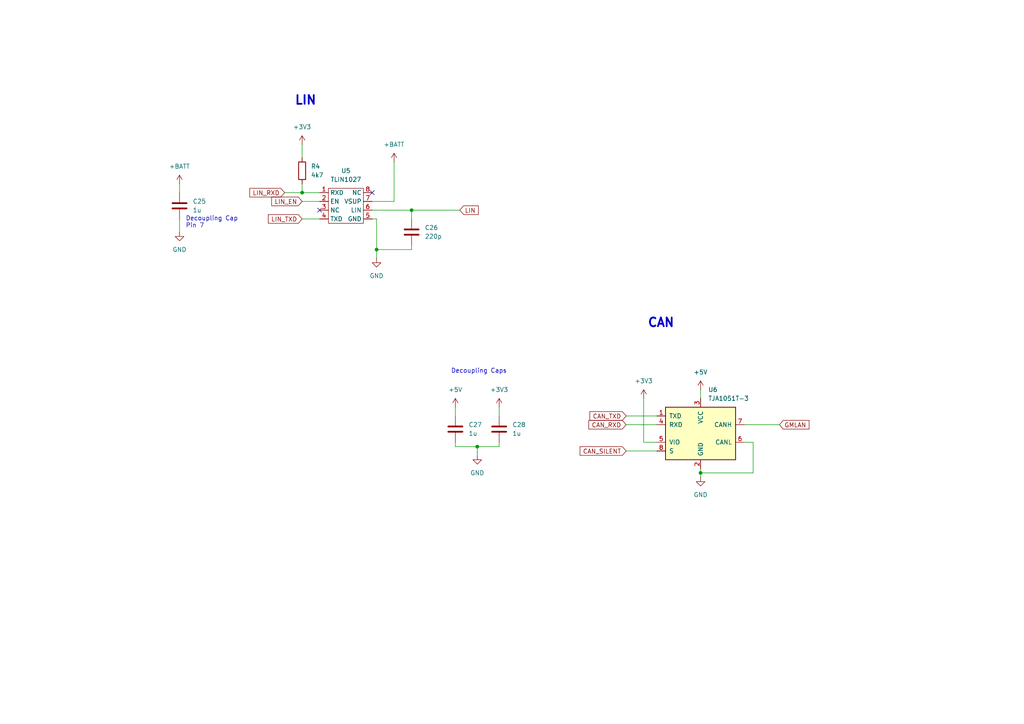
<source format=kicad_sch>
(kicad_sch (version 20231120) (generator "eeschema") (generator_version "8.0")
  (paper "A4")
  (lib_symbols
    (symbol "Device:C" (pin_numbers hide) (pin_names (offset 0.254))
      (property "Reference" "C" (at 0.635 2.54 0))
      (property "Value" "C" (at 0.635 -2.54 0))
      (symbol "C_0_1"
        (polyline (pts (xy -2.032 -0.762) (xy 2.032 -0.762)) (stroke (width 0.508)))
        (polyline (pts (xy -2.032 0.762) (xy 2.032 0.762)) (stroke (width 0.508)))
      )
      (symbol "C_1_1"
        (pin passive line (at 0 3.81 270) (length 2.794) (name "~") (number "1"))
        (pin passive line (at 0 -3.81 90) (length 2.794) (name "~") (number "2"))
      )
    )
    (symbol "Device:R" (pin_numbers hide) (pin_names (offset 0))
      (property "Reference" "R" (at 2.032 0 90))
      (property "Value" "R" (at 0 0 90))
      (symbol "R_0_1"
        (rectangle (start -1.016 -2.54) (end 1.016 2.54) (stroke (width 0.254)))
      )
      (symbol "R_1_1"
        (pin passive line (at 0 3.81 270) (length 1.27) (name "~") (number "1"))
        (pin passive line (at 0 -3.81 90) (length 1.27) (name "~") (number "2"))
      )
    )
    (symbol "Interface_CAN_LIN:TJA1051T-3" (pin_names (offset 1.016))
      (property "Reference" "U" (at -10.16 8.89 0))
      (property "Value" "TJA1051T-3" (at 1.27 8.89 0))
      (symbol "TJA1051T-3_0_1"
        (rectangle (start -10.16 7.62) (end 10.16 -7.62) (stroke (width 0.254)) (fill (type background)))
      )
      (symbol "TJA1051T-3_1_1"
        (pin input line (at -12.7 5.08 0) (length 2.54) (name "TXD") (number "1"))
        (pin power_in line (at 0 -10.16 90) (length 2.54) (name "GND") (number "2"))
        (pin power_in line (at 0 10.16 270) (length 2.54) (name "VCC") (number "3"))
        (pin output line (at -12.7 2.54 0) (length 2.54) (name "RXD") (number "4"))
        (pin power_in line (at -12.7 -2.54 0) (length 2.54) (name "VIO") (number "5"))
        (pin bidirectional line (at 12.7 -2.54 180) (length 2.54) (name "CANL") (number "6"))
        (pin bidirectional line (at 12.7 2.54 180) (length 2.54) (name "CANH") (number "7"))
        (pin input line (at -12.7 -5.08 0) (length 2.54) (name "S") (number "8"))
      )
    )
    (symbol "Local:TLIN1027"
      (property "Reference" "U" (at 0 0 0))
      (property "Value" "TLIN1027" (at 0 0 0))
      (symbol "TLIN1027_0_1"
        (rectangle (start 5.08 -1.27) (end -5.08 -11.43))
      )
      (symbol "TLIN1027_1_1"
        (pin input line (at -7.62 -2.54 0) (length 2.54) (name "RXD") (number "1"))
        (pin input line (at -7.62 -5.08 0) (length 2.54) (name "EN") (number "2"))
        (pin input line (at -7.62 -7.62 0) (length 2.54) (name "NC") (number "3"))
        (pin input line (at -7.62 -10.16 0) (length 2.54) (name "TXD") (number "4"))
        (pin input line (at 7.62 -10.16 180) (length 2.54) (name "GND") (number "5"))
        (pin input line (at 7.62 -7.62 180) (length 2.54) (name "LIN") (number "6"))
        (pin input line (at 7.62 -5.08 180) (length 2.54) (name "VSUP") (number "7"))
        (pin input line (at 7.62 -2.54 180) (length 2.54) (name "NC") (number "8"))
      )
    )
    (symbol "power:+3V3" (power) (pin_numbers hide) (pin_names (offset 0) hide)
      (property "Value" "+3V3" (at 0 3.556 0))
      (symbol "+3V3_0_1"
        (polyline (pts (xy -0.762 1.27) (xy 0 2.54)))
        (polyline (pts (xy 0 0) (xy 0 2.54)))
        (polyline (pts (xy 0 2.54) (xy 0.762 1.27)))
      )
      (symbol "+3V3_1_1"
        (pin power_in line (at 0 0 90) (length 0) (name "~") (number "1"))
      )
    )
    (symbol "power:+5V" (power) (pin_numbers hide) (pin_names (offset 0) hide)
      (property "Value" "+5V" (at 0 3.556 0))
      (symbol "+5V_0_1"
        (polyline (pts (xy -0.762 1.27) (xy 0 2.54)))
        (polyline (pts (xy 0 0) (xy 0 2.54)))
        (polyline (pts (xy 0 2.54) (xy 0.762 1.27)))
      )
      (symbol "+5V_1_1"
        (pin power_in line (at 0 0 90) (length 0) (name "~") (number "1"))
      )
    )
    (symbol "power:+BATT" (power) (pin_numbers hide) (pin_names (offset 0) hide)
      (property "Value" "+BATT" (at 0 3.556 0))
      (symbol "+BATT_0_1"
        (polyline (pts (xy -0.762 1.27) (xy 0 2.54)))
        (polyline (pts (xy 0 0) (xy 0 2.54)))
        (polyline (pts (xy 0 2.54) (xy 0.762 1.27)))
      )
      (symbol "+BATT_1_1"
        (pin power_in line (at 0 0 90) (length 0) (name "~") (number "1"))
      )
    )
    (symbol "power:GND" (power) (pin_numbers hide) (pin_names (offset 0) hide)
      (property "Value" "GND" (at 0 -3.81 0))
      (symbol "GND_0_1"
        (polyline (pts (xy 0 0) (xy 0 -1.27) (xy 1.27 -1.27) (xy 0 -2.54) (xy -1.27 -1.27) (xy 0 -1.27)))
      )
      (symbol "GND_1_1"
        (pin power_in line (at 0 0 270) (length 0) (name "~") (number "1"))
      )
    )
  )
  (junction (at 138.43 129.54))
  (junction (at 87.63 55.88))
  (junction (at 119.38 60.96))
  (junction (at 109.22 72.39))
  (junction (at 203.2 137.16))
  (no_connect (at 107.95 55.88))
  (no_connect (at 92.71 60.96))
  (wire (pts (xy 144.78 129.54) (xy 144.78 128.27)))
  (wire (pts (xy 82.55 55.88) (xy 87.63 55.88)))
  (wire (pts (xy 186.69 115.57) (xy 186.69 128.27)))
  (wire (pts (xy 109.22 72.39) (xy 119.38 72.39)))
  (wire (pts (xy 181.61 120.65) (xy 190.5 120.65)))
  (wire (pts (xy 109.22 63.5) (xy 109.22 72.39)))
  (wire (pts (xy 186.69 128.27) (xy 190.5 128.27)))
  (wire (pts (xy 114.3 46.99) (xy 114.3 58.42)))
  (wire (pts (xy 132.08 128.27) (xy 132.08 129.54)))
  (wire (pts (xy 107.95 60.96) (xy 119.38 60.96)))
  (wire (pts (xy 181.61 123.19) (xy 190.5 123.19)))
  (wire (pts (xy 218.44 137.16) (xy 218.44 128.27)))
  (wire (pts (xy 218.44 128.27) (xy 215.9 128.27)))
  (wire (pts (xy 87.63 63.5) (xy 92.71 63.5)))
  (wire (pts (xy 87.63 41.91) (xy 87.63 45.72)))
  (wire (pts (xy 87.63 55.88) (xy 92.71 55.88)))
  (wire (pts (xy 203.2 135.89) (xy 203.2 137.16)))
  (wire (pts (xy 138.43 129.54) (xy 138.43 132.08)))
  (wire (pts (xy 114.3 58.42) (xy 107.95 58.42)))
  (wire (pts (xy 119.38 60.96) (xy 133.35 60.96)))
  (wire (pts (xy 203.2 137.16) (xy 218.44 137.16)))
  (wire (pts (xy 181.61 130.81) (xy 190.5 130.81)))
  (wire (pts (xy 52.07 53.34) (xy 52.07 55.88)))
  (wire (pts (xy 109.22 72.39) (xy 109.22 74.93)))
  (wire (pts (xy 203.2 137.16) (xy 203.2 138.43)))
  (wire (pts (xy 87.63 58.42) (xy 92.71 58.42)))
  (wire (pts (xy 119.38 60.96) (xy 119.38 63.5)))
  (wire (pts (xy 132.08 129.54) (xy 138.43 129.54)))
  (wire (pts (xy 144.78 118.11) (xy 144.78 120.65)))
  (wire (pts (xy 132.08 118.11) (xy 132.08 120.65)))
  (wire (pts (xy 138.43 129.54) (xy 144.78 129.54)))
  (wire (pts (xy 87.63 53.34) (xy 87.63 55.88)))
  (wire (pts (xy 119.38 72.39) (xy 119.38 71.12)))
  (wire (pts (xy 52.07 63.5) (xy 52.07 67.31)))
  (wire (pts (xy 203.2 113.03) (xy 203.2 115.57)))
  (wire (pts (xy 109.22 63.5) (xy 107.95 63.5)))
  (wire (pts (xy 215.9 123.19) (xy 226.06 123.19)))
  (text "Decoupling Caps" (at 130.81 107.696 0) (effects (font (size 1.27 1.27)) (justify left)))
  (text "CAN" (at 187.706 93.726 0) (effects (font (size 2.54 2.54) (thickness 0.508) (bold yes)) (justify left)))
  (text "Decoupling Cap\nPin 7" (at 53.848 64.516 0) (effects (font (size 1.27 1.27)) (justify left)))
  (text "LIN" (at 85.344 29.21 0) (effects (font (size 2.54 2.54) (thickness 0.508) (bold yes)) (justify left)))
  (global_label "LIN_EN" (shape input) (at 87.63 58.42 180) (property "Intersheetrefs" "${INTERSHEET_REFS}" (effects (hide yes))))
  (global_label "CAN_TXD" (shape input) (at 181.61 120.65 180) (property "Intersheetrefs" "${INTERSHEET_REFS}" (effects (hide yes))))
  (global_label "CAN_SILENT" (shape input) (at 181.61 130.81 180) (property "Intersheetrefs" "${INTERSHEET_REFS}" (effects (hide yes))))
  (global_label "LIN_RXD" (shape input) (at 82.55 55.88 180) (property "Intersheetrefs" "${INTERSHEET_REFS}" (effects (hide yes))))
  (global_label "CAN_RXD" (shape input) (at 181.61 123.19 180) (property "Intersheetrefs" "${INTERSHEET_REFS}" (effects (hide yes))))
  (global_label "LIN" (shape input) (at 133.35 60.96 0) (property "Intersheetrefs" "${INTERSHEET_REFS}" (effects (hide yes))))
  (global_label "GMLAN" (shape input) (at 226.06 123.19 0) (property "Intersheetrefs" "${INTERSHEET_REFS}" (effects (hide yes))))
  (global_label "LIN_TXD" (shape input) (at 87.63 63.5 180) (property "Intersheetrefs" "${INTERSHEET_REFS}" (effects (hide yes))))
  (symbol (lib_id "Device:C") (at 132.08 124.46 0) (unit 1)
    (property "Reference" "C27" (at 135.89 123.1899 0) (effects (justify left)))
    (property "Value" "1u" (at 135.89 125.7299 0) (effects (justify left)))
    (property "Footprint" "Capacitor_SMD:C_0402_1005Metric_Pad0.74x0.62mm_HandSolder" (effects (hide yes)))
    (property "Description" "Unpolarized capacitor" (effects (hide yes)))
  )
  (symbol (lib_id "power:GND") (at 138.43 132.08 0) (unit 1)
    (property "Reference" "#PWR033" (effects (hide yes)))
    (property "Value" "GND" (at 138.43 137.16 0))
    (property "Description" "Power symbol creates a global label with name \"GND\" , ground" (effects (hide yes)))
  )
  (symbol (lib_id "power:GND") (at 109.22 74.93 0) (unit 1)
    (property "Reference" "#PWR030" (effects (hide yes)))
    (property "Value" "GND" (at 109.22 80.01 0))
    (property "Description" "Power symbol creates a global label with name \"GND\" , ground" (effects (hide yes)))
  )
  (symbol (lib_id "power:+5V") (at 132.08 118.11 0) (unit 1)
    (property "Reference" "#PWR032" (effects (hide yes)))
    (property "Value" "+5V" (at 132.08 113.03 0))
    (property "Description" "Power symbol creates a global label with name \"+5V\"" (effects (hide yes)))
  )
  (symbol (lib_id "power:+3V3") (at 186.69 115.57 0) (unit 1)
    (property "Reference" "#PWR035" (effects (hide yes)))
    (property "Value" "+3V3" (at 186.69 110.49 0))
    (property "Description" "Power symbol creates a global label with name \"+3V3\"" (effects (hide yes)))
  )
  (symbol (lib_id "power:GND") (at 203.2 138.43 0) (unit 1)
    (property "Reference" "#PWR037" (effects (hide yes)))
    (property "Value" "GND" (at 203.2 143.51 0))
    (property "Description" "Power symbol creates a global label with name \"GND\" , ground" (effects (hide yes)))
  )
  (symbol (lib_id "Device:C") (at 144.78 124.46 0) (unit 1)
    (property "Reference" "C28" (at 148.59 123.1899 0) (effects (justify left)))
    (property "Value" "1u" (at 148.59 125.7299 0) (effects (justify left)))
    (property "Footprint" "Capacitor_SMD:C_0402_1005Metric_Pad0.74x0.62mm_HandSolder" (effects (hide yes)))
    (property "Description" "Unpolarized capacitor" (effects (hide yes)))
  )
  (symbol (lib_id "power:GND") (at 52.07 67.31 0) (unit 1)
    (property "Reference" "#PWR028" (effects (hide yes)))
    (property "Value" "GND" (at 52.07 72.39 0))
    (property "Description" "Power symbol creates a global label with name \"GND\" , ground" (effects (hide yes)))
  )
  (symbol (lib_id "power:+3V3") (at 87.63 41.91 0) (unit 1)
    (property "Reference" "#PWR029" (effects (hide yes)))
    (property "Value" "+3V3" (at 87.63 36.83 0))
    (property "Description" "Power symbol creates a global label with name \"+3V3\"" (effects (hide yes)))
  )
  (symbol (lib_id "Device:C") (at 119.38 67.31 0) (unit 1)
    (property "Reference" "C26" (at 123.19 66.0399 0) (effects (justify left)))
    (property "Value" "220p" (at 123.19 68.5799 0) (effects (justify left)))
    (property "Footprint" "Capacitor_SMD:C_0402_1005Metric_Pad0.74x0.62mm_HandSolder" (effects (hide yes)))
    (property "Description" "Unpolarized capacitor" (effects (hide yes)))
  )
  (symbol (lib_id "power:+5V") (at 203.2 113.03 0) (unit 1)
    (property "Reference" "#PWR036" (effects (hide yes)))
    (property "Value" "+5V" (at 203.2 107.95 0))
    (property "Description" "Power symbol creates a global label with name \"+5V\"" (effects (hide yes)))
  )
  (symbol (lib_id "power:+BATT") (at 114.3 46.99 0) (unit 1)
    (property "Reference" "#PWR031" (effects (hide yes)))
    (property "Value" "+BATT" (at 114.3 41.91 0))
    (property "Description" "Power symbol creates a global label with name \"+BATT\"" (effects (hide yes)))
  )
  (symbol (lib_id "power:+BATT") (at 52.07 53.34 0) (unit 1)
    (property "Reference" "#PWR027" (effects (hide yes)))
    (property "Value" "+BATT" (at 52.07 48.26 0))
    (property "Description" "Power symbol creates a global label with name \"+BATT\"" (effects (hide yes)))
  )
  (symbol (lib_id "power:+3V3") (at 144.78 118.11 0) (unit 1)
    (property "Reference" "#PWR034" (effects (hide yes)))
    (property "Value" "+3V3" (at 144.78 113.03 0))
    (property "Description" "Power symbol creates a global label with name \"+3V3\"" (effects (hide yes)))
  )
  (symbol (lib_id "Local:TLIN1027") (at 100.33 53.34 0) (unit 1)
    (property "Reference" "U5" (at 100.33 49.53 0))
    (property "Value" "TLIN1027" (at 100.33 52.07 0))
    (property "Footprint" "Local:SOIC-8" (effects (hide yes)))
    (property "Datasheet" "https://www.ti.com/lit/ds/symlink/tlin1027-q1.pdf?ts=1718823981762&ref_url=https%253A%252F%252Fbr.mouser.com%252F" (effects (hide yes)))
    (property "Description" "LIN Transceiver" (effects (hide yes)))
  )
  (symbol (lib_id "Device:R") (at 87.63 49.53 0) (unit 1)
    (property "Reference" "R4" (at 90.17 48.2599 0) (effects (justify left)))
    (property "Value" "4k7" (at 90.17 50.7999 0) (effects (justify left)))
    (property "Footprint" "Resistor_SMD:R_0402_1005Metric_Pad0.72x0.64mm_HandSolder" (effects (hide yes)))
    (property "Description" "Resistor" (effects (hide yes)))
  )
  (symbol (lib_id "Interface_CAN_LIN:TJA1051T-3") (at 203.2 125.73 0) (unit 1)
    (property "Reference" "U6" (at 205.3941 113.03 0) (effects (justify left)))
    (property "Value" "TJA1051T-3" (at 205.3941 115.57 0) (effects (justify left)))
    (property "Footprint" "Package_SO:SOIC-8_3.9x4.9mm_P1.27mm" (effects (hide yes)))
    (property "Datasheet" "http://www.nxp.com/docs/en/data-sheet/TJA1051.pdf" (effects (hide yes)))
    (property "Description" "High-Speed CAN Transceiver, separate VIO, silent mode, SOIC-8" (effects (hide yes)))
  )
  (symbol (lib_id "Device:C") (at 52.07 59.69 0) (unit 1)
    (property "Reference" "C25" (at 55.88 58.4199 0) (effects (justify left)))
    (property "Value" "1u" (at 55.88 60.9599 0) (effects (justify left)))
    (property "Footprint" "Capacitor_SMD:C_0402_1005Metric_Pad0.74x0.62mm_HandSolder" (effects (hide yes)))
    (property "Description" "Unpolarized capacitor" (effects (hide yes)))
  )
)
</source>
